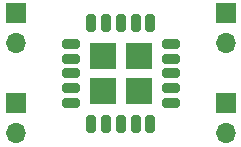
<source format=gbr>
%TF.GenerationSoftware,KiCad,Pcbnew,6.0.7-f9a2dced07~116~ubuntu20.04.1*%
%TF.CreationDate,2022-10-31T14:46:07+01:00*%
%TF.ProjectId,scd40_board,73636434-305f-4626-9f61-72642e6b6963,rev?*%
%TF.SameCoordinates,Original*%
%TF.FileFunction,Soldermask,Top*%
%TF.FilePolarity,Negative*%
%FSLAX46Y46*%
G04 Gerber Fmt 4.6, Leading zero omitted, Abs format (unit mm)*
G04 Created by KiCad (PCBNEW 6.0.7-f9a2dced07~116~ubuntu20.04.1) date 2022-10-31 14:46:07*
%MOMM*%
%LPD*%
G01*
G04 APERTURE LIST*
G04 Aperture macros list*
%AMRoundRect*
0 Rectangle with rounded corners*
0 $1 Rounding radius*
0 $2 $3 $4 $5 $6 $7 $8 $9 X,Y pos of 4 corners*
0 Add a 4 corners polygon primitive as box body*
4,1,4,$2,$3,$4,$5,$6,$7,$8,$9,$2,$3,0*
0 Add four circle primitives for the rounded corners*
1,1,$1+$1,$2,$3*
1,1,$1+$1,$4,$5*
1,1,$1+$1,$6,$7*
1,1,$1+$1,$8,$9*
0 Add four rect primitives between the rounded corners*
20,1,$1+$1,$2,$3,$4,$5,0*
20,1,$1+$1,$4,$5,$6,$7,0*
20,1,$1+$1,$6,$7,$8,$9,0*
20,1,$1+$1,$8,$9,$2,$3,0*%
G04 Aperture macros list end*
%ADD10RoundRect,0.200000X-0.550000X-0.200000X0.550000X-0.200000X0.550000X0.200000X-0.550000X0.200000X0*%
%ADD11RoundRect,0.200000X-0.200000X0.550000X-0.200000X-0.550000X0.200000X-0.550000X0.200000X0.550000X0*%
%ADD12RoundRect,0.200000X0.550000X0.200000X-0.550000X0.200000X-0.550000X-0.200000X0.550000X-0.200000X0*%
%ADD13RoundRect,0.200000X0.200000X-0.550000X0.200000X0.550000X-0.200000X0.550000X-0.200000X-0.550000X0*%
%ADD14R,2.300000X2.300000*%
%ADD15R,1.700000X1.700000*%
%ADD16O,1.700000X1.700000*%
G04 APERTURE END LIST*
D10*
%TO.C,U1*%
X156278000Y-31409000D03*
X156278000Y-32659000D03*
X156278000Y-33909000D03*
X156278000Y-35159000D03*
X156278000Y-36409000D03*
D11*
X158028000Y-38159000D03*
X159278000Y-38159000D03*
X160528000Y-38159000D03*
X161778000Y-38159000D03*
X163028000Y-38159000D03*
D12*
X164778000Y-36409000D03*
X164778000Y-35159000D03*
X164778000Y-33909000D03*
X164778000Y-32659000D03*
X164778000Y-31409000D03*
D13*
X163028000Y-29659000D03*
X161778000Y-29659000D03*
X160528000Y-29659000D03*
X159278000Y-29659000D03*
X158028000Y-29659000D03*
D14*
X159028000Y-35409000D03*
X162028000Y-35409000D03*
X162028000Y-32409000D03*
X159028000Y-32409000D03*
%TD*%
D15*
%TO.C,J2*%
X151638000Y-28829000D03*
D16*
X151638000Y-31369000D03*
%TD*%
D15*
%TO.C,J3*%
X169418000Y-28829000D03*
D16*
X169418000Y-31369000D03*
%TD*%
D15*
%TO.C,J4*%
X169418000Y-36449000D03*
D16*
X169418000Y-38989000D03*
%TD*%
D15*
%TO.C,J1*%
X151638000Y-36449000D03*
D16*
X151638000Y-38989000D03*
%TD*%
M02*

</source>
